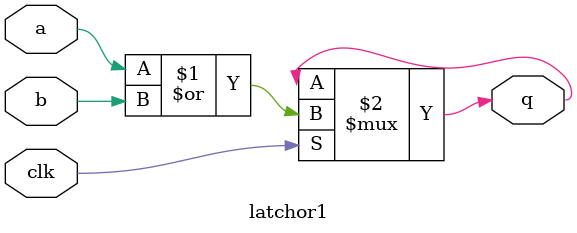
<source format=v>
module latchor1(q, a, b, clk);
output q;
input a, b, clk;

assign q = clk ? (a | b) : q;

endmodule

</source>
